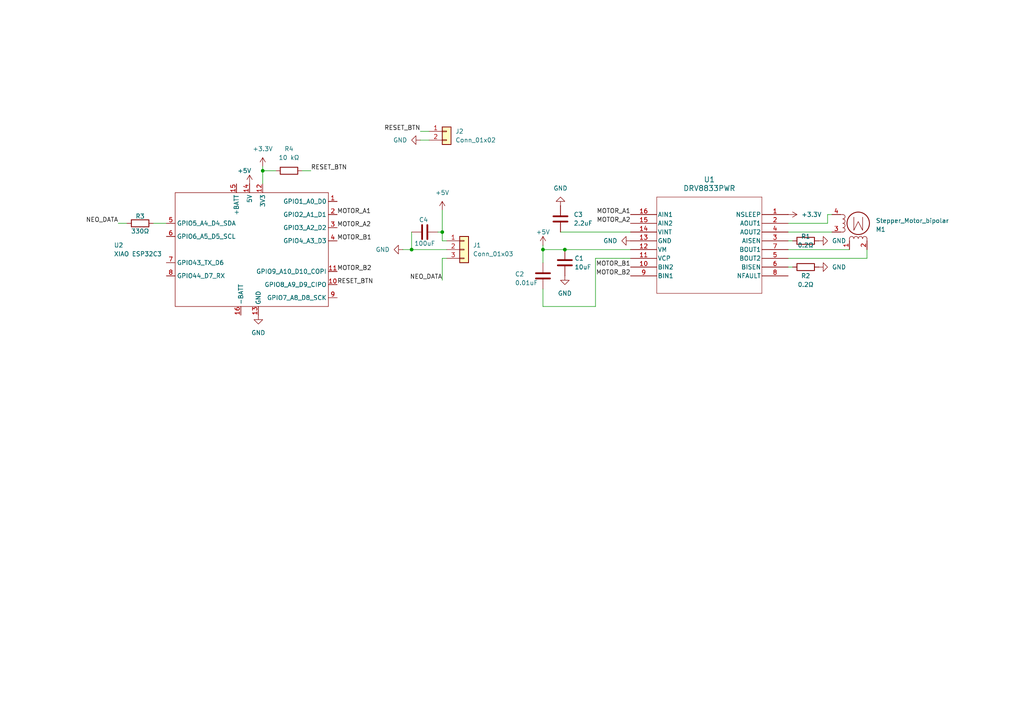
<source format=kicad_sch>
(kicad_sch (version 20250114) (generator "eeschema") (generator_version "9.0")
  (paper "A4")
  (lib_symbols
    (symbol "Connector_Generic:Conn_01x02" (pin_names (offset 1.016) (hide yes))
      (property "Reference" "J" (at 0 2.54 0))
      (property "Value" "Conn_01x02" (at 0 -5.08 0))
      (symbol "Conn_01x02_1_1"
        (rectangle (start -1.27 1.27) (end 1.27 -3.81) (stroke (width 0.254)) (fill (type background)))
        (rectangle (start -1.27 0.127) (end 0 -0.127) (stroke (width 0.1524)))
        (rectangle (start -1.27 -2.413) (end 0 -2.667) (stroke (width 0.1524)))
        (pin passive line (at -5.08 0 0) (length 3.81) (name "Pin_1") (number "1"))
        (pin passive line (at -5.08 -2.54 0) (length 3.81) (name "Pin_2") (number "2"))
      )
    )
    (symbol "Connector_Generic:Conn_01x03" (pin_names (offset 1.016) (hide yes))
      (property "Reference" "J" (at 0 5.08 0))
      (property "Value" "Conn_01x03" (at 0 -5.08 0))
      (symbol "Conn_01x03_1_1"
        (rectangle (start -1.27 3.81) (end 1.27 -3.81) (stroke (width 0.254)) (fill (type background)))
        (rectangle (start -1.27 2.667) (end 0 2.413) (stroke (width 0.1524)))
        (rectangle (start -1.27 0.127) (end 0 -0.127) (stroke (width 0.1524)))
        (rectangle (start -1.27 -2.413) (end 0 -2.667) (stroke (width 0.1524)))
        (pin passive line (at -5.08 2.54 0) (length 3.81) (name "Pin_1") (number "1"))
        (pin passive line (at -5.08 0 0) (length 3.81) (name "Pin_2") (number "2"))
        (pin passive line (at -5.08 -2.54 0) (length 3.81) (name "Pin_3") (number "3"))
      )
    )
    (symbol "DRV8833PWR:DRV8833PWR" (pin_names (offset 0.254))
      (property "Reference" "U1" (at 22.86 10.16 0))
      (property "Value" "DRV8833PWR" (at 22.86 7.62 0))
      (symbol "DRV8833PWR_0_1"
        (polyline (pts (xy 7.62 5.08) (xy 7.62 -22.86)) (stroke (width 0.127)))
        (polyline (pts (xy 7.62 -22.86) (xy 38.1 -22.86)) (stroke (width 0.127)))
        (polyline (pts (xy 38.1 5.08) (xy 7.62 5.08)) (stroke (width 0.127)))
        (polyline (pts (xy 38.1 -22.86) (xy 38.1 5.08)) (stroke (width 0.127)))
        (pin input line (at 0 0 0) (length 7.62) (name "NSLEEP") (number "1"))
        (pin output line (at 0 -2.54 0) (length 7.62) (name "AOUT1") (number "2"))
        (pin output line (at 0 -5.08 0) (length 7.62) (name "AOUT2") (number "4"))
        (pin bidirectional line (at 0 -7.62 0) (length 7.62) (name "AISEN") (number "3"))
        (pin output line (at 0 -10.16 0) (length 7.62) (name "BOUT1") (number "7"))
        (pin output line (at 0 -12.7 0) (length 7.62) (name "BOUT2") (number "5"))
        (pin bidirectional line (at 0 -15.24 0) (length 7.62) (name "BISEN") (number "6"))
        (pin output line (at 0 -17.78 0) (length 7.62) (name "NFAULT") (number "8"))
        (pin input line (at 45.72 0 180) (length 7.62) (name "AIN1") (number "16"))
        (pin input line (at 45.72 -2.54 180) (length 7.62) (name "AIN2") (number "15"))
        (pin unspecified line (at 45.72 -5.08 180) (length 7.62) (name "VINT") (number "14"))
        (pin power_in line (at 45.72 -7.62 180) (length 7.62) (name "GND") (number "13"))
        (pin power_in line (at 45.72 -10.16 180) (length 7.62) (name "VM") (number "12"))
        (pin bidirectional line (at 45.72 -12.7 180) (length 7.62) (name "VCP") (number "11"))
        (pin input line (at 45.72 -15.24 180) (length 7.62) (name "BIN2") (number "10"))
        (pin input line (at 45.72 -17.78 180) (length 7.62) (name "BIN1") (number "9"))
      )
    )
    (symbol "Device:C" (pin_numbers (hide yes)) (pin_names (offset 0.254))
      (property "Reference" "C" (at 0.635 2.54 0))
      (property "Value" "C" (at 0.635 -2.54 0))
      (symbol "C_0_1"
        (polyline (pts (xy -2.032 0.762) (xy 2.032 0.762)) (stroke (width 0.508)))
        (polyline (pts (xy -2.032 -0.762) (xy 2.032 -0.762)) (stroke (width 0.508)))
      )
      (symbol "C_1_1"
        (pin passive line (at 0 3.81 270) (length 2.794) (name "~") (number "1"))
        (pin passive line (at 0 -3.81 90) (length 2.794) (name "~") (number "2"))
      )
    )
    (symbol "Device:R" (pin_numbers (hide yes)) (pin_names (offset 0))
      (property "Reference" "R" (at 2.032 0 90))
      (property "Value" "R" (at 0 0 90))
      (symbol "R_0_1"
        (rectangle (start -1.016 -2.54) (end 1.016 2.54) (stroke (width 0.254)))
      )
      (symbol "R_1_1"
        (pin passive line (at 0 3.81 270) (length 1.27) (name "~") (number "1"))
        (pin passive line (at 0 -3.81 90) (length 1.27) (name "~") (number "2"))
      )
    )
    (symbol "GIX_ESP32 new:XIAO_ESP32"
      (property "Reference" "U2" (at 4.6833 -19.05 0))
      (property "Value" "XIAO ESP32C3" (at 4.6833 -21.59 0))
      (symbol "XIAO_ESP32_0_1"
        (polyline (pts (xy -21.59 16.51) (xy -21.59 -16.51) (xy 22.86 -16.51) (xy 22.86 16.51) (xy -21.59 16.51)))
      )
      (symbol "XIAO_ESP32_1_1"
        (pin bidirectional line (at -24.13 7.62 0) (length 2.54) (name "GPIO5_A4_D4_SDA") (number "5"))
        (pin bidirectional line (at -24.13 3.81 0) (length 2.54) (name "GPIO6_A5_D5_SCL") (number "6"))
        (pin bidirectional line (at -24.13 -3.81 0) (length 2.54) (name "GPIO43_TX_D6") (number "7"))
        (pin bidirectional line (at -24.13 -7.62 0) (length 2.54) (name "GPIO44_D7_RX") (number "8"))
        (pin bidirectional line (at -3.81 19.05 270) (length 2.54) (name "+BATT") (number "15"))
        (pin bidirectional line (at -2.54 -19.05 90) (length 2.54) (name "-BATT") (number "16"))
        (pin bidirectional line (at 0 19.05 270) (length 2.54) (name "5V") (number "14"))
        (pin bidirectional line (at 2.54 -19.05 90) (length 2.54) (name "GND") (number "13"))
        (pin bidirectional line (at 3.81 19.05 270) (length 2.54) (name "3V3") (number "12"))
        (pin bidirectional line (at 25.4 13.97 180) (length 2.54) (name "GPIO1_A0_D0") (number "1"))
        (pin bidirectional line (at 25.4 10.16 180) (length 2.54) (name "GPIO2_A1_D1") (number "2"))
        (pin bidirectional line (at 25.4 6.35 180) (length 2.54) (name "GPIO3_A2_D2") (number "3"))
        (pin bidirectional line (at 25.4 2.54 180) (length 2.54) (name "GPIO4_A3_D3") (number "4"))
        (pin bidirectional line (at 25.4 -6.35 180) (length 2.54) (name "GPIO9_A10_D10_COPI") (number "11"))
        (pin bidirectional line (at 25.4 -10.16 180) (length 2.54) (name "GPIO8_A9_D9_CIPO") (number "10"))
        (pin bidirectional line (at 25.4 -13.97 180) (length 2.54) (name "GPIO7_A8_D8_SCK") (number "9"))
      )
    )
    (symbol "Motor:Stepper_Motor_bipolar" (pin_names (offset 0) (hide yes))
      (property "Reference" "M" (at 3.81 2.54 0))
      (property "Value" "Stepper_Motor_bipolar" (at 3.81 1.27 0))
      (symbol "Stepper_Motor_bipolar_0_0"
        (polyline (pts (xy -1.27 -1.778) (xy -1.27 2.032) (xy 0 -0.508) (xy 1.27 2.032) (xy 1.27 -1.778)))
      )
      (symbol "Stepper_Motor_bipolar_0_1"
        (polyline (pts (xy -5.08 2.54) (xy -4.445 2.54)))
        (polyline (pts (xy -5.08 -2.54) (xy -4.445 -2.54)))
        (arc (start -4.445 2.54) (mid -3.8127 1.905) (end -4.445 1.27))
        (arc (start -4.445 1.27) (mid -3.8127 0.635) (end -4.445 0))
        (arc (start -4.445 0) (mid -3.8127 -0.635) (end -4.445 -1.27))
        (arc (start -4.445 -1.27) (mid -3.8127 -1.905) (end -4.445 -2.54))
        (polyline (pts (xy -2.54 5.08) (xy -2.54 4.445)))
        (arc (start -1.27 4.445) (mid -1.905 3.8127) (end -2.54 4.445))
        (arc (start 0 4.445) (mid -0.635 3.8127) (end -1.27 4.445))
        (circle (center 0 0) (radius 3.2512) (stroke (width 0.254)))
        (arc (start 1.27 4.445) (mid 0.635 3.8127) (end 0 4.445))
        (arc (start 2.54 4.445) (mid 1.905 3.8127) (end 1.27 4.445))
        (polyline (pts (xy 2.54 5.08) (xy 2.54 4.445)))
      )
      (symbol "Stepper_Motor_bipolar_1_1"
        (pin passive line (at -7.62 2.54 0) (length 2.54) (name "~") (number "3"))
        (pin passive line (at -7.62 -2.54 0) (length 2.54) (name "~") (number "4"))
        (pin passive line (at -2.54 7.62 270) (length 2.54) (name "~") (number "1"))
        (pin passive line (at 2.54 7.62 270) (length 2.54) (name "-") (number "2"))
      )
    )
    (symbol "power:+3.3V" (power) (pin_numbers (hide yes)) (pin_names (offset 0) (hide yes))
      (property "Value" "+3.3V" (at 0 3.556 0))
      (symbol "+3.3V_0_1"
        (polyline (pts (xy -0.762 1.27) (xy 0 2.54)))
        (polyline (pts (xy 0 2.54) (xy 0.762 1.27)))
        (polyline (pts (xy 0 0) (xy 0 2.54)))
      )
      (symbol "+3.3V_1_1"
        (pin power_in line (at 0 0 90) (length 0) (name "~") (number "1"))
      )
    )
    (symbol "power:+5V" (power) (pin_numbers (hide yes)) (pin_names (offset 0) (hide yes))
      (property "Value" "+5V" (at 0 3.556 0))
      (symbol "+5V_0_1"
        (polyline (pts (xy -0.762 1.27) (xy 0 2.54)))
        (polyline (pts (xy 0 2.54) (xy 0.762 1.27)))
        (polyline (pts (xy 0 0) (xy 0 2.54)))
      )
      (symbol "+5V_1_1"
        (pin power_in line (at 0 0 90) (length 0) (name "~") (number "1"))
      )
    )
    (symbol "power:GND" (power) (pin_numbers (hide yes)) (pin_names (offset 0) (hide yes))
      (property "Value" "GND" (at 0 -3.81 0))
      (symbol "GND_0_1"
        (polyline (pts (xy 0 0) (xy 0 -1.27) (xy 1.27 -1.27) (xy 0 -2.54) (xy -1.27 -1.27) (xy 0 -1.27)))
      )
      (symbol "GND_1_1"
        (pin power_in line (at 0 0 270) (length 0) (name "~") (number "1"))
      )
    )
  )
  (junction (at 157.48 72.39))
  (junction (at 76.2 49.53))
  (junction (at 119.38 72.39))
  (junction (at 128.27 67.31))
  (junction (at 163.83 72.39))
  (wire (pts (xy 228.6 67.31) (xy 241.3 67.31)))
  (wire (pts (xy 80.01 49.53) (xy 76.2 49.53)))
  (wire (pts (xy 172.72 88.9) (xy 172.72 74.93)))
  (wire (pts (xy 121.92 40.64) (xy 124.46 40.64)))
  (wire (pts (xy 182.88 67.31) (xy 162.56 67.31)))
  (wire (pts (xy 228.6 72.39) (xy 246.38 72.39)))
  (wire (pts (xy 172.72 74.93) (xy 182.88 74.93)))
  (wire (pts (xy 240.03 64.77) (xy 228.6 64.77)))
  (wire (pts (xy 128.27 67.31) (xy 128.27 69.85)))
  (wire (pts (xy 128.27 81.28) (xy 128.27 74.93)))
  (wire (pts (xy 34.29 64.77) (xy 36.83 64.77)))
  (wire (pts (xy 228.6 69.85) (xy 229.87 69.85)))
  (wire (pts (xy 116.84 72.39) (xy 119.38 72.39)))
  (wire (pts (xy 240.03 62.23) (xy 241.3 62.23)))
  (wire (pts (xy 163.83 72.39) (xy 157.48 72.39)))
  (wire (pts (xy 87.63 49.53) (xy 90.17 49.53)))
  (wire (pts (xy 128.27 74.93) (xy 129.54 74.93)))
  (wire (pts (xy 228.6 74.93) (xy 251.46 74.93)))
  (wire (pts (xy 157.48 72.39) (xy 157.48 76.2)))
  (wire (pts (xy 119.38 72.39) (xy 129.54 72.39)))
  (wire (pts (xy 163.83 72.39) (xy 182.88 72.39)))
  (wire (pts (xy 128.27 60.96) (xy 128.27 67.31)))
  (wire (pts (xy 128.27 69.85) (xy 129.54 69.85)))
  (wire (pts (xy 127 67.31) (xy 128.27 67.31)))
  (wire (pts (xy 119.38 67.31) (xy 119.38 72.39)))
  (wire (pts (xy 157.48 88.9) (xy 172.72 88.9)))
  (wire (pts (xy 76.2 49.53) (xy 76.2 53.34)))
  (wire (pts (xy 44.45 64.77) (xy 48.26 64.77)))
  (wire (pts (xy 121.92 38.1) (xy 124.46 38.1)))
  (wire (pts (xy 157.48 83.82) (xy 157.48 88.9)))
  (wire (pts (xy 240.03 62.23) (xy 240.03 64.77)))
  (wire (pts (xy 76.2 48.26) (xy 76.2 49.53)))
  (wire (pts (xy 157.48 71.12) (xy 157.48 72.39)))
  (wire (pts (xy 251.46 74.93) (xy 251.46 72.39)))
  (wire (pts (xy 228.6 77.47) (xy 229.87 77.47)))
  (label "RESET_BTN" (at 121.92 38.1 180))
  (label "MOTOR_A2" (at 182.88 64.77 180))
  (label "MOTOR_B1" (at 97.79 69.85 0))
  (label "NEO_DATA" (at 128.27 81.28 180))
  (label "MOTOR_B2" (at 97.79 78.74 0))
  (label "NEO_DATA" (at 34.29 64.77 180))
  (label "MOTOR_B2" (at 182.88 80.01 180))
  (label "MOTOR_A1" (at 182.88 62.23 180))
  (label "RESET_BTN" (at 90.17 49.53 0))
  (label "MOTOR_B1" (at 182.88 77.47 180))
  (label "MOTOR_A2" (at 97.79 66.04 0))
  (label "MOTOR_A1" (at 97.79 62.23 0))
  (label "RESET_BTN" (at 97.79 82.55 0))
  (symbol (lib_id "power:GND") (at 237.49 77.47 90) (unit 1)
    (property "Reference" "#PWR04" (effects (hide yes)))
    (property "Value" "GND" (at 241.3 77.4699 90) (effects (justify right)))
    (property "Description" "Power symbol creates a global label with name \"GND\" , ground" (effects (hide yes)))
  )
  (symbol (lib_id "power:GND") (at 74.93 91.44 0) (unit 1)
    (property "Reference" "#PWR06" (effects (hide yes)))
    (property "Value" "GND" (at 74.93 96.52 0))
    (property "Description" "Power symbol creates a global label with name \"GND\" , ground" (effects (hide yes)))
  )
  (symbol (lib_id "power:GND") (at 116.84 72.39 270) (unit 1)
    (property "Reference" "#PWR012" (effects (hide yes)))
    (property "Value" "GND" (at 113.03 72.3899 90) (effects (justify right)))
    (property "Description" "Power symbol creates a global label with name \"GND\" , ground" (effects (hide yes)))
  )
  (symbol (lib_id "Device:R") (at 40.64 64.77 270) (unit 1)
    (property "Reference" "R3" (at 40.64 62.738 90))
    (property "Value" "330Ω" (at 40.64 67.056 90))
    (property "Footprint" "Resistor_SMD:R_0805_2012Metric_Pad1.20x1.40mm_HandSolder" (effects (hide yes)))
    (property "Description" "Resistor" (effects (hide yes)))
  )
  (symbol (lib_id "power:GND") (at 163.83 80.01 0) (unit 1)
    (property "Reference" "#PWR01" (effects (hide yes)))
    (property "Value" "GND" (at 163.83 85.09 0))
    (property "Description" "Power symbol creates a global label with name \"GND\" , ground" (effects (hide yes)))
  )
  (symbol (lib_id "Device:C") (at 157.48 80.01 0) (unit 1)
    (property "Reference" "C2" (at 149.352 79.502 0) (effects (justify left)))
    (property "Value" "0.01uF" (at 149.352 82.042 0) (effects (justify left)))
    (property "Footprint" "Capacitor_SMD:C_0805_2012Metric_Pad1.18x1.45mm_HandSolder" (effects (hide yes)))
    (property "Description" "Unpolarized capacitor" (effects (hide yes)))
  )
  (symbol (lib_id "Device:C") (at 162.56 63.5 0) (unit 1)
    (property "Reference" "C3" (at 166.37 62.2299 0) (effects (justify left)))
    (property "Value" "2.2uF" (at 166.37 64.7699 0) (effects (justify left)))
    (property "Footprint" "Capacitor_SMD:C_0805_2012Metric_Pad1.18x1.45mm_HandSolder" (effects (hide yes)))
    (property "Description" "Unpolarized capacitor" (effects (hide yes)))
  )
  (symbol (lib_id "power:+5V") (at 72.39 53.34 0) (unit 1)
    (property "Reference" "#PWR09" (effects (hide yes)))
    (property "Value" "+5V" (at 70.866 49.53 0))
    (property "Description" "Power symbol creates a global label with name \"+5V\"" (effects (hide yes)))
  )
  (symbol (lib_id "Motor:Stepper_Motor_bipolar") (at 248.92 64.77 0) (mirror x) (unit 1)
    (property "Reference" "M1" (at 254 66.548 0) (effects (justify left)))
    (property "Value" "Stepper_Motor_bipolar" (at 254 64.008 0) (effects (justify left)))
    (property "Footprint" "x27_Footprint:x27_stepper_two_holes" (effects (hide yes)))
    (property "Datasheet" "http://www.infineon.com/dgdl/Application-Note-TLE8110EE_driving_UniPolarStepperMotor_V1.1.pdf?fileId=db3a30431be39b97011be5d0aa0a00b0" (effects (hide yes)))
    (property "Description" "4-wire bipolar stepper motor" (effects (hide yes)))
  )
  (symbol (lib_id "power:GND") (at 237.49 69.85 90) (unit 1)
    (property "Reference" "#PWR08" (effects (hide yes)))
    (property "Value" "GND" (at 241.3 69.8499 90) (effects (justify right)))
    (property "Description" "Power symbol creates a global label with name \"GND\" , ground" (effects (hide yes)))
  )
  (symbol (lib_id "DRV8833PWR:DRV8833PWR") (at 228.6 62.23 0) (mirror y) (unit 1)
    (property "Reference" "U1" (at 205.74 52.07 0) (effects (font (size 1.524 1.524))))
    (property "Value" "DRV8833PWR" (at 205.74 54.61 0) (effects (font (size 1.524 1.524))))
    (property "Footprint" "DRV8833PWR:PW16_TEX-L" (effects (hide yes)))
    (property "Datasheet" "https://www.ti.com/lit/gpn/drv8833" (effects (hide yes)))
  )
  (symbol (lib_id "Connector_Generic:Conn_01x03") (at 134.62 72.39 0) (unit 1)
    (property "Reference" "J1" (at 137.16 71.1199 0) (effects (justify left)))
    (property "Value" "Conn_01x03" (at 137.16 73.6599 0) (effects (justify left)))
    (property "Footprint" "Connector_JST:JST_PH_B3B-PH-K_1x03_P2.00mm_Vertical" (effects (hide yes)))
    (property "Description" "Generic connector, single row, 01x03, script generated (kicad-library-utils/schlib/autogen/connector/)" (effects (hide yes)))
  )
  (symbol (lib_id "GIX_ESP32 new:XIAO_ESP32") (at 72.39 72.39 0) (unit 1)
    (property "Reference" "U2" (at 33.02 71.12 0) (effects (justify left)))
    (property "Value" "XIAO ESP32C3" (at 33.02 73.66 0) (effects (justify left)))
    (property "Footprint" "GIX_ESP32:XIAO_ESP32" (effects (hide yes)))
  )
  (symbol (lib_id "power:+3.3V") (at 228.6 62.23 270) (unit 1)
    (property "Reference" "#PWR07" (effects (hide yes)))
    (property "Value" "+3.3V" (at 232.41 62.2299 90) (effects (justify left)))
    (property "Description" "Power symbol creates a global label with name \"+3.3V\"" (effects (hide yes)))
  )
  (symbol (lib_id "Device:R") (at 233.68 69.85 90) (unit 1)
    (property "Reference" "R1" (at 233.68 68.58 90))
    (property "Value" "0.2Ω" (at 233.68 71.12 90))
    (property "Footprint" "Resistor_SMD:R_0805_2012Metric_Pad1.20x1.40mm_HandSolder" (effects (hide yes)))
    (property "Description" "Resistor" (effects (hide yes)))
  )
  (symbol (lib_id "Device:R") (at 83.82 49.53 270) (unit 1)
    (property "Reference" "R4" (at 83.82 43.18 90))
    (property "Value" "10 kΩ" (at 83.82 45.72 90))
    (property "Footprint" "Resistor_SMD:R_0805_2012Metric_Pad1.20x1.40mm_HandSolder" (effects (hide yes)))
    (property "Description" "Resistor" (effects (hide yes)))
  )
  (symbol (lib_id "power:GND") (at 162.56 59.69 180) (unit 1)
    (property "Reference" "#PWR03" (effects (hide yes)))
    (property "Value" "GND" (at 162.56 54.61 0))
    (property "Description" "Power symbol creates a global label with name \"GND\" , ground" (effects (hide yes)))
  )
  (symbol (lib_id "Device:R") (at 233.68 77.47 270) (unit 1)
    (property "Reference" "R2" (at 233.68 80.01 90))
    (property "Value" "0.2Ω" (at 233.68 82.55 90))
    (property "Footprint" "Resistor_SMD:R_0805_2012Metric_Pad1.20x1.40mm_HandSolder" (effects (hide yes)))
    (property "Description" "Resistor" (effects (hide yes)))
  )
  (symbol (lib_id "power:+5V") (at 157.48 71.12 0) (unit 1)
    (property "Reference" "#PWR02" (effects (hide yes)))
    (property "Value" "+5V" (at 157.48 67.31 0))
    (property "Description" "Power symbol creates a global label with name \"+5V\"" (effects (hide yes)))
  )
  (symbol (lib_id "Device:C") (at 123.19 67.31 270) (unit 1)
    (property "Reference" "C4" (at 124.206 63.754 90) (effects (justify right)))
    (property "Value" "100uF" (at 126.238 70.612 90) (effects (justify right)))
    (property "Footprint" "Capacitor_SMD:C_0805_2012Metric_Pad1.18x1.45mm_HandSolder" (effects (hide yes)))
    (property "Description" "Unpolarized capacitor" (effects (hide yes)))
  )
  (symbol (lib_id "power:+5V") (at 128.27 60.96 0) (unit 1)
    (property "Reference" "#PWR011" (effects (hide yes)))
    (property "Value" "+5V" (at 128.27 55.88 0))
    (property "Description" "Power symbol creates a global label with name \"+5V\"" (effects (hide yes)))
  )
  (symbol (lib_id "power:GND") (at 182.88 69.85 270) (unit 1)
    (property "Reference" "#PWR05" (effects (hide yes)))
    (property "Value" "GND" (at 179.07 69.8499 90) (effects (justify right)))
    (property "Description" "Power symbol creates a global label with name \"GND\" , ground" (effects (hide yes)))
  )
  (symbol (lib_id "power:GND") (at 121.92 40.64 270) (unit 1)
    (property "Reference" "#PWR013" (effects (hide yes)))
    (property "Value" "GND" (at 118.11 40.6399 90) (effects (justify right)))
    (property "Description" "Power symbol creates a global label with name \"GND\" , ground" (effects (hide yes)))
  )
  (symbol (lib_id "Device:C") (at 163.83 76.2 0) (unit 1)
    (property "Reference" "C1" (at 166.624 74.93 0) (effects (justify left)))
    (property "Value" "10uF" (at 166.624 77.47 0) (effects (justify left)))
    (property "Footprint" "Capacitor_SMD:C_0805_2012Metric_Pad1.18x1.45mm_HandSolder" (effects (hide yes)))
    (property "Description" "Unpolarized capacitor" (effects (hide yes)))
  )
  (symbol (lib_id "power:+3.3V") (at 76.2 48.26 0) (unit 1)
    (property "Reference" "#PWR010" (effects (hide yes)))
    (property "Value" "+3.3V" (at 76.2 43.18 0))
    (property "Description" "Power symbol creates a global label with name \"+3.3V\"" (effects (hide yes)))
  )
  (symbol (lib_id "Connector_Generic:Conn_01x02") (at 129.54 38.1 0) (unit 1)
    (property "Reference" "J2" (at 132.08 38.0999 0) (effects (justify left)))
    (property "Value" "Conn_01x02" (at 132.08 40.6399 0) (effects (justify left)))
    (property "Footprint" "Connector_JST:JST_PH_B2B-PH-K_1x02_P2.00mm_Vertical" (effects (hide yes)))
    (property "Description" "Generic connector, single row, 01x02, script generated (kicad-library-utils/schlib/autogen/connector/)" (effects (hide yes)))
  )
)
</source>
